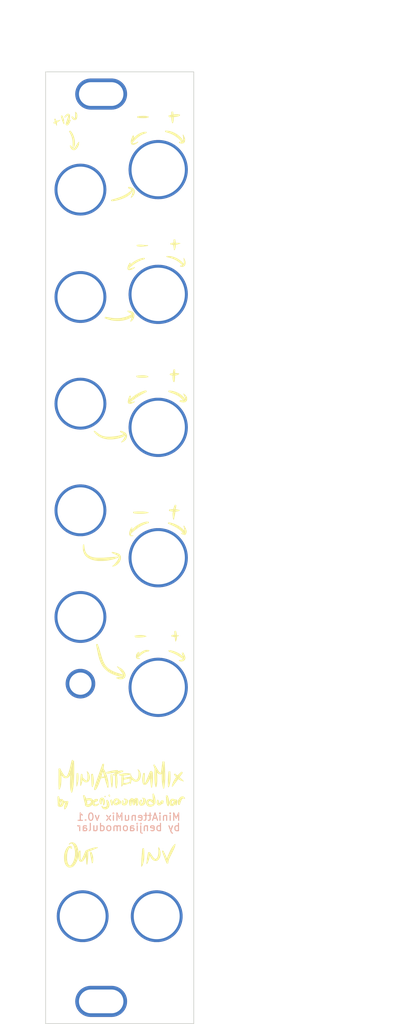
<source format=kicad_pcb>
(kicad_pcb (version 20211014) (generator pcbnew)
  (title_block (title "MiniAttenuMix") (rev "v0.1") (company "benjiaomodular"))
  (layers (0 "F.Cu" signal) (31 "B.Cu" signal) (34 "B.Paste" user) (35 "F.Paste" user) (36 "B.SilkS" user "B.Silkscreen") (37 "F.SilkS" user "F.Silkscreen") (38 "B.Mask" user) (39 "F.Mask" user) (44 "Edge.Cuts" user))
  (net 0 "")
  (footprint "benjiaomodular:PanelHole_AudioJack_3.5mm" (layer "F.Cu") (at 114.7 68.3)
    (fp_text reference "REF**")
    (fp_text value "PanelHole_AudioJack_3.5mm")
    (pad "" np_thru_hole circle (at 0 6.5 180) (size 7 7) (drill 6.2) (layers F&B.Cu *.Mask))
  )
  (footprint "benjiaomodular:PanelHole_AudioJack_3.5mm" (layer "F.Cu") (at 115 137.5)
    (fp_text reference "REF**")
    (fp_text value "PanelHole_AudioJack_3.5mm")
    (pad "" np_thru_hole circle (at 0 6.5 180) (size 7 7) (drill 6.2) (layers F&B.Cu *.Mask))
  )
  (footprint "LOGO" (layer "F.Cu") (at 159.909954 129.681263)
    (fp_text reference "G***" hide)
    (fp_text value "LOGO" hide)
  )
  (footprint "benjiaomodular:PanelHole_Potentiometer_RV09" (layer "F.Cu") (at 122.7 120.6 90)
    (fp_text reference "REF**" hide)
    (fp_text value "PanelHole_Potentiometer_RV09" hide)
    (pad "" np_thru_hole circle (at 7.5 2.5 180) (size 8 8) (drill 7.2) (layers F&B.Cu *.Mask))
  )
  (footprint "benjiaomodular:PanelHole_Potentiometer_RV09" (layer "F.Cu") (at 122.7 67.5425 90)
    (fp_text reference "REF**" hide)
    (fp_text value "PanelHole_Potentiometer_RV09" hide)
    (pad "" np_thru_hole circle (at 7.5 2.5 180) (size 8 8) (drill 7.2) (layers F&B.Cu *.Mask))
  )
  (footprint "benjiaomodular:PanelHole_AudioJack_3.5mm" (layer "F.Cu") (at 114.7 39.4)
    (fp_text reference "REF**")
    (fp_text value "PanelHole_AudioJack_3.5mm")
    (pad "" np_thru_hole circle (at 0 6.5 180) (size 7 7) (drill 6.2) (layers F&B.Cu *.Mask))
  )
  (footprint "benjiaomodular:PanelHole_Potentiometer_RV09" (layer "F.Cu") (at 122.7 103.1 90)
    (fp_text reference "REF**" hide)
    (fp_text value "PanelHole_Potentiometer_RV09" hide)
    (pad "" np_thru_hole circle (at 7.5 2.5 180) (size 8 8) (drill 7.2) (layers F&B.Cu *.Mask))
  )
  (footprint "benjiaomodular:Panel_4HP" (layer "F.Cu") (at 110 30)
    (fp_text reference "REF**" hide)
    (fp_text value "Panel_4HP")
    (pad "" thru_hole oval locked (at 7.5 3) (size 7 4.2) (drill oval 6 3.2) (layers *.Cu *.Mask))
    (pad "" thru_hole oval locked (at 7.5 125.5) (size 7 4.2) (drill oval 6 3.2) (layers *.Cu *.Mask))
  )
  (footprint "benjiaomodular:PanelHole_AudioJack_3.5mm" (layer "F.Cu") (at 114.7 53.9)
    (fp_text reference "REF**")
    (fp_text value "PanelHole_AudioJack_3.5mm")
    (pad "" np_thru_hole circle (at 0 6.5 180) (size 7 7) (drill 6.2) (layers F&B.Cu *.Mask))
  )
  (footprint "benjiaomodular:PanelHole_AudioJack_3.5mm" (layer "F.Cu") (at 125 137.5)
    (fp_text reference "REF**")
    (fp_text value "PanelHole_AudioJack_3.5mm")
    (pad "" np_thru_hole circle (at 0 6.5 180) (size 7 7) (drill 6.2) (layers F&B.Cu *.Mask))
  )
  (footprint "benjiaomodular:PanelHole_AudioJack_3.5mm" (layer "F.Cu") (at 114.7 82.7)
    (fp_text reference "REF**")
    (fp_text value "PanelHole_AudioJack_3.5mm")
    (pad "" np_thru_hole circle (at 0 6.5 180) (size 7 7) (drill 6.2) (layers F&B.Cu *.Mask))
  )
  (footprint "benjiaomodular:PanelHole_Potentiometer_RV09" (layer "F.Cu") (at 122.7 85.5 90)
    (fp_text reference "REF**" hide)
    (fp_text value "PanelHole_Potentiometer_RV09" hide)
    (pad "" np_thru_hole circle (at 7.5 2.5 180) (size 8 8) (drill 7.2) (layers F&B.Cu *.Mask))
  )
  (footprint "benjiaomodular:PanelHole_Potentiometer_RV09" (layer "F.Cu") (at 122.7 50.7 90)
    (fp_text reference "REF**" hide)
    (fp_text value "PanelHole_Potentiometer_RV09" hide)
    (pad "" np_thru_hole circle (at 7.5 2.5 180) (size 8 8) (drill 7.2) (layers F&B.Cu *.Mask))
  )
  (footprint "benjiaomodular:PanelHole_AudioJack_3.5mm" (layer "F.Cu") (at 114.7 97.1)
    (fp_text reference "REF**")
    (fp_text value "PanelHole_AudioJack_3.5mm")
    (pad "" np_thru_hole circle (at 0 6.5 180) (size 7 7) (drill 6.2) (layers F&B.Cu *.Mask))
  )
  (gr_line (start 110 158.5) (end 110 30) (layer "Edge.Cuts") (width 0.1))
  (gr_line (start 130 158.5) (end 110 158.5) (layer "Edge.Cuts") (width 0.1))
  (gr_line (start 110 30) (end 130 30) (layer "Edge.Cuts") (width 0.1))
  (gr_line (start 130 30) (end 130 158.5) (layer "Edge.Cuts") (width 0.1))
  (gr_text "by benjiaomodular" (at 121.2 132) (layer "B.SilkS") (effects (font (size 1 1)) (justify mirror)))
  (gr_text "MiniAttenuMix v0.1" (at 121.2 130.6) (layer "B.SilkS") (effects (font (size 1 1)) (justify mirror)))
  (via (at 114.7 112.6) (size 4) (drill 3) (layers "F.Cu" "B.Cu") (net 0))
)
</source>
